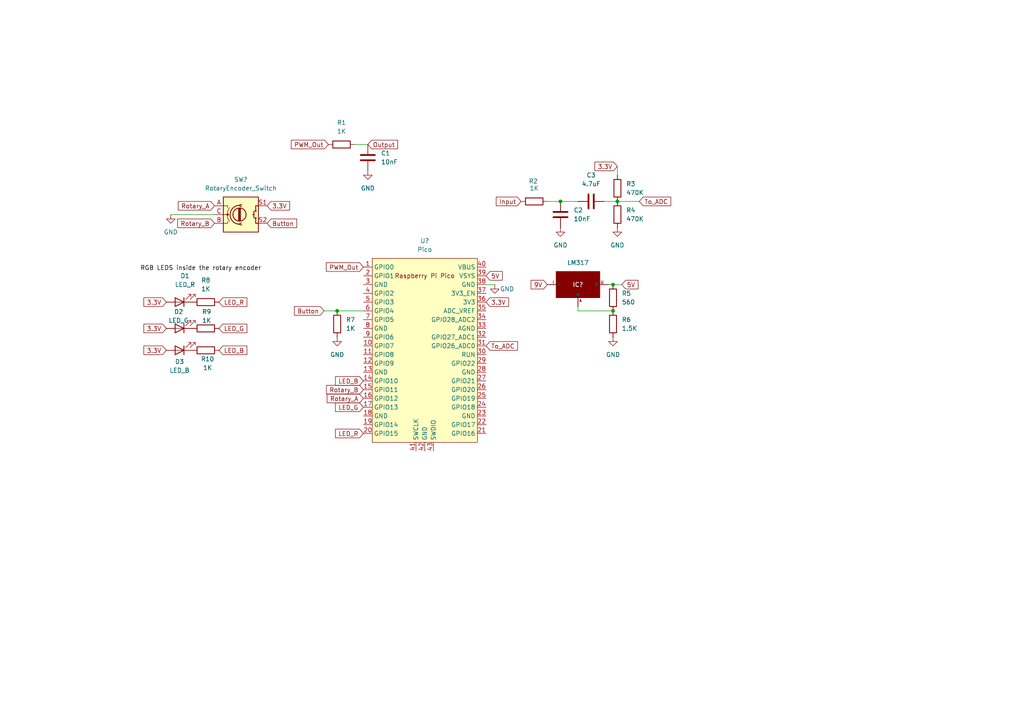
<source format=kicad_sch>
(kicad_sch (version 20231120) (generator "eeschema") (generator_version "8.0")
  (paper "A4")
  (lib_symbols
    (symbol "Device:C" (pin_numbers hide) (pin_names (offset 0.254))
      (property "Reference" "C" (at 0.635 2.54 0))
      (property "Value" "C" (at 0.635 -2.54 0))
      (symbol "C_0_1"
        (polyline (pts (xy -2.032 -0.762) (xy 2.032 -0.762)) (stroke (width 0.508)))
        (polyline (pts (xy -2.032 0.762) (xy 2.032 0.762)) (stroke (width 0.508)))
      )
      (symbol "C_1_1"
        (pin passive line (at 0 3.81 270) (length 2.794) (name "~") (number "1"))
        (pin passive line (at 0 -3.81 90) (length 2.794) (name "~") (number "2"))
      )
    )
    (symbol "Device:LED" (pin_numbers hide) (pin_names (offset 1.016) hide)
      (property "Reference" "D" (at 0 2.54 0))
      (property "Value" "LED" (at 0 -2.54 0))
      (symbol "LED_0_1"
        (polyline (pts (xy -1.27 -1.27) (xy -1.27 1.27)) (stroke (width 0.254)))
        (polyline (pts (xy -1.27 0) (xy 1.27 0)))
        (polyline (pts (xy 1.27 -1.27) (xy 1.27 1.27) (xy -1.27 0) (xy 1.27 -1.27)) (stroke (width 0.254)))
        (polyline (pts (xy -3.048 -0.762) (xy -4.572 -2.286) (xy -3.81 -2.286) (xy -4.572 -2.286) (xy -4.572 -1.524)))
        (polyline (pts (xy -1.778 -0.762) (xy -3.302 -2.286) (xy -2.54 -2.286) (xy -3.302 -2.286) (xy -3.302 -1.524)))
      )
      (symbol "LED_1_1"
        (pin passive line (at -3.81 0 0) (length 2.54) (name "K") (number "1"))
        (pin passive line (at 3.81 0 180) (length 2.54) (name "A") (number "2"))
      )
    )
    (symbol "Device:R" (pin_numbers hide) (pin_names (offset 0))
      (property "Reference" "R" (at 2.032 0 90))
      (property "Value" "R" (at 0 0 90))
      (symbol "R_0_1"
        (rectangle (start -1.016 -2.54) (end 1.016 2.54) (stroke (width 0.254)))
      )
      (symbol "R_1_1"
        (pin passive line (at 0 3.81 270) (length 1.27) (name "~") (number "1"))
        (pin passive line (at 0 -3.81 90) (length 1.27) (name "~") (number "2"))
      )
    )
    (symbol "Device:RotaryEncoder_Switch" (pin_names (offset 0.254) hide)
      (property "Reference" "SW" (at 0 6.604 0))
      (property "Value" "RotaryEncoder_Switch" (at 0 -6.604 0))
      (symbol "RotaryEncoder_Switch_0_1"
        (rectangle (start -5.08 5.08) (end 5.08 -5.08) (stroke (width 0.254)) (fill (type background)))
        (circle (center -3.81 0) (radius 0.254) (fill (type outline)))
        (circle (center -0.381 0) (radius 1.905) (stroke (width 0.254)))
        (arc (start -0.381 2.667) (mid -3.0988 -0.0635) (end -0.381 -2.794) (stroke (width 0.254)))
        (polyline (pts (xy -0.635 -1.778) (xy -0.635 1.778)) (stroke (width 0.254)))
        (polyline (pts (xy -0.381 -1.778) (xy -0.381 1.778)) (stroke (width 0.254)))
        (polyline (pts (xy -0.127 1.778) (xy -0.127 -1.778)) (stroke (width 0.254)))
        (polyline (pts (xy 3.81 0) (xy 3.429 0)) (stroke (width 0.254)))
        (polyline (pts (xy 3.81 1.016) (xy 3.81 -1.016)) (stroke (width 0.254)))
        (polyline (pts (xy -5.08 -2.54) (xy -3.81 -2.54) (xy -3.81 -2.032)))
        (polyline (pts (xy -5.08 2.54) (xy -3.81 2.54) (xy -3.81 2.032)))
        (polyline (pts (xy 0.254 -3.048) (xy -0.508 -2.794) (xy 0.127 -2.413)) (stroke (width 0.254)))
        (polyline (pts (xy 0.254 2.921) (xy -0.508 2.667) (xy 0.127 2.286)) (stroke (width 0.254)))
        (polyline (pts (xy 5.08 -2.54) (xy 4.318 -2.54) (xy 4.318 -1.016)) (stroke (width 0.254)))
        (polyline (pts (xy 5.08 2.54) (xy 4.318 2.54) (xy 4.318 1.016)) (stroke (width 0.254)))
        (polyline (pts (xy -5.08 0) (xy -3.81 0) (xy -3.81 -1.016) (xy -3.302 -2.032)))
        (polyline (pts (xy -4.318 0) (xy -3.81 0) (xy -3.81 1.016) (xy -3.302 2.032)))
        (circle (center 4.318 -1.016) (radius 0.127) (stroke (width 0.254)))
        (circle (center 4.318 1.016) (radius 0.127) (stroke (width 0.254)))
      )
      (symbol "RotaryEncoder_Switch_1_1"
        (pin passive line (at -7.62 2.54 0) (length 2.54) (name "A") (number "A"))
        (pin passive line (at -7.62 -2.54 0) (length 2.54) (name "B") (number "B"))
        (pin passive line (at -7.62 0 0) (length 2.54) (name "C") (number "C"))
        (pin passive line (at 7.62 2.54 180) (length 2.54) (name "S1") (number "S1"))
        (pin passive line (at 7.62 -2.54 180) (length 2.54) (name "S2") (number "S2"))
      )
    )
    (symbol "PCM_Nuova-Elettronica-Voltage-Regulators:LM317" (pin_numbers hide)
      (property "Reference" "IC" (at 0 0 0))
      (property "Value" "LM317" (at 0 6.35 0))
      (symbol "LM317_1_1"
        (rectangle (start -6.35 3.81) (end 6.35 -3.81) (fill (type outline)))
        (text "A" (at 0.7112 -4.6609 0) (effects (font (size 0.8 0.8))))
        (text "I" (at -7.1501 0.635 0) (effects (font (size 0.8 0.8))))
        (text "U" (at 6.9977 0.6985 0) (effects (font (size 0.8 0.8))))
        (pin input line (at 0 -6.35 90) (length 2.54) (name "A") (number "1"))
        (pin input line (at -8.89 0 0) (length 2.54) (name "I") (number "2"))
        (pin input line (at 8.89 0 180) (length 2.54) (name "0") (number "3"))
      )
    )
    (symbol "Raspberry_Pi_Pico_W_SC0918:Pico"
      (property "Reference" "U" (at -13.97 27.94 0))
      (property "Value" "Pico" (at 0 19.05 0))
      (symbol "Pico_0_0"
        (text "Raspberry Pi Pico" (at 0 21.59 0) (effects (font (size 1.27 1.27))))
      )
      (symbol "Pico_0_1"
        (rectangle (start -15.24 26.67) (end 15.24 -26.67) (fill (type background)))
      )
      (symbol "Pico_1_1"
        (pin bidirectional line (at -17.78 24.13 0) (length 2.54) (name "GPIO0") (number "1"))
        (pin bidirectional line (at -17.78 1.27 0) (length 2.54) (name "GPIO7") (number "10"))
        (pin bidirectional line (at -17.78 -1.27 0) (length 2.54) (name "GPIO8") (number "11"))
        (pin bidirectional line (at -17.78 -3.81 0) (length 2.54) (name "GPIO9") (number "12"))
        (pin power_in line (at -17.78 -6.35 0) (length 2.54) (name "GND") (number "13"))
        (pin bidirectional line (at -17.78 -8.89 0) (length 2.54) (name "GPIO10") (number "14"))
        (pin bidirectional line (at -17.78 -11.43 0) (length 2.54) (name "GPIO11") (number "15"))
        (pin bidirectional line (at -17.78 -13.97 0) (length 2.54) (name "GPIO12") (number "16"))
        (pin bidirectional line (at -17.78 -16.51 0) (length 2.54) (name "GPIO13") (number "17"))
        (pin power_in line (at -17.78 -19.05 0) (length 2.54) (name "GND") (number "18"))
        (pin bidirectional line (at -17.78 -21.59 0) (length 2.54) (name "GPIO14") (number "19"))
        (pin bidirectional line (at -17.78 21.59 0) (length 2.54) (name "GPIO1") (number "2"))
        (pin bidirectional line (at -17.78 -24.13 0) (length 2.54) (name "GPIO15") (number "20"))
        (pin bidirectional line (at 17.78 -24.13 180) (length 2.54) (name "GPIO16") (number "21"))
        (pin bidirectional line (at 17.78 -21.59 180) (length 2.54) (name "GPIO17") (number "22"))
        (pin power_in line (at 17.78 -19.05 180) (length 2.54) (name "GND") (number "23"))
        (pin bidirectional line (at 17.78 -16.51 180) (length 2.54) (name "GPIO18") (number "24"))
        (pin bidirectional line (at 17.78 -13.97 180) (length 2.54) (name "GPIO19") (number "25"))
        (pin bidirectional line (at 17.78 -11.43 180) (length 2.54) (name "GPIO20") (number "26"))
        (pin bidirectional line (at 17.78 -8.89 180) (length 2.54) (name "GPIO21") (number "27"))
        (pin power_in line (at 17.78 -6.35 180) (length 2.54) (name "GND") (number "28"))
        (pin bidirectional line (at 17.78 -3.81 180) (length 2.54) (name "GPIO22") (number "29"))
        (pin power_in line (at -17.78 19.05 0) (length 2.54) (name "GND") (number "3"))
        (pin input line (at 17.78 -1.27 180) (length 2.54) (name "RUN") (number "30"))
        (pin bidirectional line (at 17.78 1.27 180) (length 2.54) (name "GPIO26_ADC0") (number "31"))
        (pin bidirectional line (at 17.78 3.81 180) (length 2.54) (name "GPIO27_ADC1") (number "32"))
        (pin power_in line (at 17.78 6.35 180) (length 2.54) (name "AGND") (number "33"))
        (pin bidirectional line (at 17.78 8.89 180) (length 2.54) (name "GPIO28_ADC2") (number "34"))
        (pin power_in line (at 17.78 11.43 180) (length 2.54) (name "ADC_VREF") (number "35"))
        (pin power_in line (at 17.78 13.97 180) (length 2.54) (name "3V3") (number "36"))
        (pin input line (at 17.78 16.51 180) (length 2.54) (name "3V3_EN") (number "37"))
        (pin bidirectional line (at 17.78 19.05 180) (length 2.54) (name "GND") (number "38"))
        (pin power_in line (at 17.78 21.59 180) (length 2.54) (name "VSYS") (number "39"))
        (pin bidirectional line (at -17.78 16.51 0) (length 2.54) (name "GPIO2") (number "4"))
        (pin power_in line (at 17.78 24.13 180) (length 2.54) (name "VBUS") (number "40"))
        (pin input line (at -2.54 -29.21 90) (length 2.54) (name "SWCLK") (number "41"))
        (pin power_in line (at 0 -29.21 90) (length 2.54) (name "GND") (number "42"))
        (pin bidirectional line (at 2.54 -29.21 90) (length 2.54) (name "SWDIO") (number "43"))
        (pin bidirectional line (at -17.78 13.97 0) (length 2.54) (name "GPIO3") (number "5"))
        (pin bidirectional line (at -17.78 11.43 0) (length 2.54) (name "GPIO4") (number "6"))
        (pin bidirectional line (at -17.78 8.89 0) (length 2.54) (name "GPIO5") (number "7"))
        (pin power_in line (at -17.78 6.35 0) (length 2.54) (name "GND") (number "8"))
        (pin bidirectional line (at -17.78 3.81 0) (length 2.54) (name "GPIO6") (number "9"))
      )
    )
    (symbol "power:GND" (power) (pin_numbers hide) (pin_names (offset 0) hide)
      (property "Value" "GND" (at 0 -3.81 0))
      (symbol "GND_0_1"
        (polyline (pts (xy 0 0) (xy 0 -1.27) (xy 1.27 -1.27) (xy 0 -2.54) (xy -1.27 -1.27) (xy 0 -1.27)))
      )
      (symbol "GND_1_1"
        (pin power_in line (at 0 0 270) (length 0) (name "~") (number "1"))
      )
    )
  )
  (junction (at 97.79 90.17))
  (junction (at 162.56 58.42))
  (junction (at 177.8 82.55))
  (junction (at 179.07 58.42))
  (junction (at 177.8 90.17))
  (wire (pts (xy 175.26 58.42) (xy 179.07 58.42)))
  (wire (pts (xy 167.64 90.17) (xy 177.8 90.17)))
  (wire (pts (xy 179.07 48.26) (xy 179.07 50.8)))
  (wire (pts (xy 102.87 41.91) (xy 106.68 41.91)))
  (wire (pts (xy 49.53 62.23) (xy 62.23 62.23)))
  (wire (pts (xy 167.64 88.9) (xy 167.64 90.17)))
  (wire (pts (xy 140.97 82.55) (xy 143.51 82.55)))
  (wire (pts (xy 176.53 82.55) (xy 177.8 82.55)))
  (wire (pts (xy 97.79 90.17) (xy 105.41 90.17)))
  (wire (pts (xy 179.07 58.42) (xy 185.42 58.42)))
  (wire (pts (xy 162.56 58.42) (xy 167.64 58.42)))
  (wire (pts (xy 158.75 58.42) (xy 162.56 58.42)))
  (wire (pts (xy 93.98 90.17) (xy 97.79 90.17)))
  (wire (pts (xy 177.8 82.55) (xy 180.34 82.55)))
  (label "RGB LEDS inside the rotary encoder" (at 40.64 78.74 0))
  (global_label "3.3V" (shape input) (at 48.26 101.6 180) (property "Intersheetrefs" "${INTERSHEET_REFS}" (effects (hide yes))))
  (global_label "3.3V" (shape input) (at 48.26 87.63 180) (property "Intersheetrefs" "${INTERSHEET_REFS}" (effects (hide yes))))
  (global_label "Button" (shape input) (at 77.47 64.77 0) (property "Intersheetrefs" "${INTERSHEET_REFS}" (effects (hide yes))))
  (global_label "3.3V" (shape input) (at 48.26 95.25 180) (property "Intersheetrefs" "${INTERSHEET_REFS}" (effects (hide yes))))
  (global_label "LED_B" (shape input) (at 105.41 110.49 180) (property "Intersheetrefs" "${INTERSHEET_REFS}" (effects (hide yes))))
  (global_label "3.3V" (shape input) (at 140.97 87.63 0) (property "Intersheetrefs" "${INTERSHEET_REFS}" (effects (hide yes))))
  (global_label "PWM_Out" (shape input) (at 95.25 41.91 180) (property "Intersheetrefs" "${INTERSHEET_REFS}" (effects (hide yes))))
  (global_label "Rotary_A" (shape input) (at 105.41 115.57 180) (property "Intersheetrefs" "${INTERSHEET_REFS}" (effects (hide yes))))
  (global_label "3.3V" (shape input) (at 179.07 48.26 180) (property "Intersheetrefs" "${INTERSHEET_REFS}" (effects (hide yes))))
  (global_label "To_ADC" (shape input) (at 140.97 100.33 0) (property "Intersheetrefs" "${INTERSHEET_REFS}" (effects (hide yes))))
  (global_label "LED_G" (shape input) (at 105.41 118.11 180) (property "Intersheetrefs" "${INTERSHEET_REFS}" (effects (hide yes))))
  (global_label "Rotary_B" (shape input) (at 105.41 113.03 180) (property "Intersheetrefs" "${INTERSHEET_REFS}" (effects (hide yes))))
  (global_label "5V" (shape input) (at 140.97 80.01 0) (property "Intersheetrefs" "${INTERSHEET_REFS}" (effects (hide yes))))
  (global_label "LED_R" (shape input) (at 63.5 87.63 0) (property "Intersheetrefs" "${INTERSHEET_REFS}" (effects (hide yes))))
  (global_label "Input" (shape input) (at 151.13 58.42 180) (property "Intersheetrefs" "${INTERSHEET_REFS}" (effects (hide yes))))
  (global_label "Rotary_A" (shape input) (at 62.23 59.69 180) (property "Intersheetrefs" "${INTERSHEET_REFS}" (effects (hide yes))))
  (global_label "To_ADC" (shape input) (at 185.42 58.42 0) (property "Intersheetrefs" "${INTERSHEET_REFS}" (effects (hide yes))))
  (global_label "LED_G" (shape input) (at 63.5 95.25 0) (property "Intersheetrefs" "${INTERSHEET_REFS}" (effects (hide yes))))
  (global_label "Output" (shape input) (at 106.68 41.91 0) (property "Intersheetrefs" "${INTERSHEET_REFS}" (effects (hide yes))))
  (global_label "LED_R" (shape input) (at 105.41 125.73 180) (property "Intersheetrefs" "${INTERSHEET_REFS}" (effects (hide yes))))
  (global_label "3.3V" (shape input) (at 77.47 59.69 0) (property "Intersheetrefs" "${INTERSHEET_REFS}" (effects (hide yes))))
  (global_label "9V" (shape input) (at 158.75 82.55 180) (property "Intersheetrefs" "${INTERSHEET_REFS}" (effects (hide yes))))
  (global_label "LED_B" (shape input) (at 63.5 101.6 0) (property "Intersheetrefs" "${INTERSHEET_REFS}" (effects (hide yes))))
  (global_label "Button" (shape input) (at 93.98 90.17 180) (property "Intersheetrefs" "${INTERSHEET_REFS}" (effects (hide yes))))
  (global_label "PWM_Out" (shape input) (at 105.41 77.47 180) (property "Intersheetrefs" "${INTERSHEET_REFS}" (effects (hide yes))))
  (global_label "5V" (shape input) (at 180.34 82.55 0) (property "Intersheetrefs" "${INTERSHEET_REFS}" (effects (hide yes))))
  (global_label "Rotary_B" (shape input) (at 62.23 64.77 180) (property "Intersheetrefs" "${INTERSHEET_REFS}" (effects (hide yes))))
  (symbol (lib_id "power:GND") (at 49.53 62.23 0) (unit 1)
    (property "Reference" "#PWR07" (effects (hide yes)))
    (property "Value" "GND" (at 49.53 67.31 0))
    (property "Description" "Power symbol creates a global label with name \"GND\" , ground" (effects (hide yes)))
  )
  (symbol (lib_id "Device:R") (at 59.69 101.6 90) (unit 1)
    (property "Reference" "R10" (at 60.198 104.14 90))
    (property "Value" "1K" (at 60.198 106.68 90))
    (property "Description" "Resistor" (effects (hide yes)))
  )
  (symbol (lib_id "Device:R") (at 177.8 93.98 0) (unit 1)
    (property "Reference" "R6" (at 180.34 92.7099 0) (effects (justify left)))
    (property "Value" "1.5K" (at 180.34 95.2499 0) (effects (justify left)))
    (property "Description" "Resistor" (effects (hide yes)))
  )
  (symbol (lib_id "Device:R") (at 59.69 95.25 90) (unit 1)
    (property "Reference" "R9" (at 59.944 90.424 90))
    (property "Value" "1K" (at 59.944 92.964 90))
    (property "Description" "Resistor" (effects (hide yes)))
  )
  (symbol (lib_id "Device:R") (at 59.69 87.63 90) (unit 1)
    (property "Reference" "R8" (at 59.69 81.28 90))
    (property "Value" "1K" (at 59.69 83.82 90))
    (property "Description" "Resistor" (effects (hide yes)))
  )
  (symbol (lib_id "Device:LED") (at 52.07 95.25 180) (unit 1)
    (property "Reference" "D2" (at 51.816 90.424 0))
    (property "Value" "LED_G" (at 51.816 92.964 0))
    (property "Description" "Light emitting diode" (effects (hide yes)))
  )
  (symbol (lib_id "power:GND") (at 177.8 97.79 0) (unit 1)
    (property "Reference" "#PWR04" (effects (hide yes)))
    (property "Value" "GND" (at 177.8 102.87 0))
    (property "Description" "Power symbol creates a global label with name \"GND\" , ground" (effects (hide yes)))
  )
  (symbol (lib_id "Device:R") (at 97.79 93.98 180) (unit 1)
    (property "Reference" "R7" (at 100.33 92.7099 0) (effects (justify right)))
    (property "Value" "1K" (at 100.33 95.2499 0) (effects (justify right)))
    (property "Description" "Resistor" (effects (hide yes)))
  )
  (symbol (lib_id "power:GND") (at 106.68 49.53 0) (unit 1)
    (property "Reference" "#PWR05" (effects (hide yes)))
    (property "Value" "GND" (at 106.68 54.61 0))
    (property "Description" "Power symbol creates a global label with name \"GND\" , ground" (effects (hide yes)))
  )
  (symbol (lib_id "Device:R") (at 177.8 86.36 0) (unit 1)
    (property "Reference" "R5" (at 180.34 85.0899 0) (effects (justify left)))
    (property "Value" "560" (at 180.34 87.6299 0) (effects (justify left)))
    (property "Description" "Resistor" (effects (hide yes)))
  )
  (symbol (lib_id "Device:LED") (at 52.07 87.63 180) (unit 1)
    (property "Reference" "D1" (at 53.6575 80.01 0))
    (property "Value" "LED_R" (at 53.6575 82.55 0))
    (property "Description" "Light emitting diode" (effects (hide yes)))
  )
  (symbol (lib_id "Device:C") (at 106.68 45.72 0) (unit 1)
    (property "Reference" "C1" (at 110.49 44.4499 0) (effects (justify left)))
    (property "Value" "10nF" (at 110.49 46.9899 0) (effects (justify left)))
    (property "Description" "Unpolarized capacitor" (effects (hide yes)))
  )
  (symbol (lib_id "Device:R") (at 179.07 62.23 0) (unit 1)
    (property "Reference" "R4" (at 181.61 60.9599 0) (effects (justify left)))
    (property "Value" "470K" (at 181.61 63.4999 0) (effects (justify left)))
    (property "Description" "Resistor" (effects (hide yes)))
  )
  (symbol (lib_id "power:GND") (at 179.07 66.04 0) (unit 1)
    (property "Reference" "#PWR02" (effects (hide yes)))
    (property "Value" "GND" (at 179.07 71.12 0))
    (property "Description" "Power symbol creates a global label with name \"GND\" , ground" (effects (hide yes)))
  )
  (symbol (lib_id "Device:LED") (at 52.07 101.6 180) (unit 1)
    (property "Reference" "D3" (at 52.07 104.902 0))
    (property "Value" "LED_B" (at 52.07 107.442 0))
    (property "Description" "Light emitting diode" (effects (hide yes)))
  )
  (symbol (lib_id "Device:R") (at 99.06 41.91 90) (unit 1)
    (property "Reference" "R1" (at 99.06 35.56 90))
    (property "Value" "1K" (at 99.06 38.1 90))
    (property "Description" "Resistor" (effects (hide yes)))
  )
  (symbol (lib_id "Device:C") (at 171.45 58.42 90) (unit 1)
    (property "Reference" "C3" (at 171.45 50.8 90))
    (property "Value" "4.7uF" (at 171.45 53.34 90))
    (property "Description" "Unpolarized capacitor" (effects (hide yes)))
  )
  (symbol (lib_id "power:GND") (at 162.56 66.04 0) (unit 1)
    (property "Reference" "#PWR01" (effects (hide yes)))
    (property "Value" "GND" (at 162.56 71.12 0))
    (property "Description" "Power symbol creates a global label with name \"GND\" , ground" (effects (hide yes)))
  )
  (symbol (lib_id "power:GND") (at 97.79 97.79 0) (unit 1)
    (property "Reference" "#PWR06" (effects (hide yes)))
    (property "Value" "GND" (at 97.79 102.87 0))
    (property "Description" "Power symbol creates a global label with name \"GND\" , ground" (effects (hide yes)))
  )
  (symbol (lib_id "PCM_Nuova-Elettronica-Voltage-Regulators:LM317") (at 167.64 82.55 0) (unit 1)
    (property "Reference" "IC?" (at 167.64 82.55 0))
    (property "Value" "LM317" (at 167.64 76.2 0))
  )
  (symbol (lib_id "Raspberry_Pi_Pico_W_SC0918:Pico") (at 123.19 101.6 0) (unit 1)
    (property "Reference" "U?" (at 123.19 69.85 0))
    (property "Value" "Pico" (at 123.19 72.39 0))
    (property "Footprint" "RPi_Pico:RPi_Pico_SMD_TH" (effects (hide yes)))
  )
  (symbol (lib_id "Device:R") (at 179.07 54.61 0) (unit 1)
    (property "Reference" "R3" (at 181.61 53.3399 0) (effects (justify left)))
    (property "Value" "470K" (at 181.61 55.8799 0) (effects (justify left)))
    (property "Description" "Resistor" (effects (hide yes)))
  )
  (symbol (lib_id "Device:R") (at 154.94 58.42 90) (unit 1)
    (property "Reference" "R2" (at 154.686 52.578 90))
    (property "Value" "1K" (at 154.94 54.61 90))
    (property "Description" "Resistor" (effects (hide yes)))
  )
  (symbol (lib_id "Device:C") (at 162.56 62.23 0) (unit 1)
    (property "Reference" "C2" (at 166.37 60.9599 0) (effects (justify left)))
    (property "Value" "10nF" (at 166.37 63.4999 0) (effects (justify left)))
    (property "Description" "Unpolarized capacitor" (effects (hide yes)))
  )
  (symbol (lib_id "Device:RotaryEncoder_Switch") (at 69.85 62.23 0) (unit 1)
    (property "Reference" "SW?" (at 69.85 52.07 0))
    (property "Value" "RotaryEncoder_Switch" (at 69.85 54.61 0))
    (property "Description" "Rotary encoder, dual channel, incremental quadrate outputs, with switch" (effects (hide yes)))
  )
  (symbol (lib_id "power:GND") (at 143.51 82.55 0) (unit 1)
    (property "Reference" "#PWR03" (effects (hide yes)))
    (property "Value" "GND" (at 147.066 83.82 0))
    (property "Description" "Power symbol creates a global label with name \"GND\" , ground" (effects (hide yes)))
  )
)
</source>
